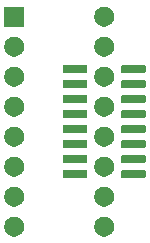
<source format=gbr>
G04 #@! TF.GenerationSoftware,KiCad,Pcbnew,(5.1.5)-3*
G04 #@! TF.CreationDate,2020-06-23T04:08:34-04:00*
G04 #@! TF.ProjectId,dip16soic,64697031-3673-46f6-9963-2e6b69636164,rev?*
G04 #@! TF.SameCoordinates,Original*
G04 #@! TF.FileFunction,Soldermask,Top*
G04 #@! TF.FilePolarity,Negative*
%FSLAX46Y46*%
G04 Gerber Fmt 4.6, Leading zero omitted, Abs format (unit mm)*
G04 Created by KiCad (PCBNEW (5.1.5)-3) date 2020-06-23 04:08:34*
%MOMM*%
%LPD*%
G04 APERTURE LIST*
%ADD10C,0.100000*%
G04 APERTURE END LIST*
D10*
G36*
X114548228Y-88081703D02*
G01*
X114703100Y-88145853D01*
X114842481Y-88238985D01*
X114961015Y-88357519D01*
X115054147Y-88496900D01*
X115118297Y-88651772D01*
X115151000Y-88816184D01*
X115151000Y-88983816D01*
X115118297Y-89148228D01*
X115054147Y-89303100D01*
X114961015Y-89442481D01*
X114842481Y-89561015D01*
X114703100Y-89654147D01*
X114548228Y-89718297D01*
X114383816Y-89751000D01*
X114216184Y-89751000D01*
X114051772Y-89718297D01*
X113896900Y-89654147D01*
X113757519Y-89561015D01*
X113638985Y-89442481D01*
X113545853Y-89303100D01*
X113481703Y-89148228D01*
X113449000Y-88983816D01*
X113449000Y-88816184D01*
X113481703Y-88651772D01*
X113545853Y-88496900D01*
X113638985Y-88357519D01*
X113757519Y-88238985D01*
X113896900Y-88145853D01*
X114051772Y-88081703D01*
X114216184Y-88049000D01*
X114383816Y-88049000D01*
X114548228Y-88081703D01*
G37*
G36*
X106928228Y-88081703D02*
G01*
X107083100Y-88145853D01*
X107222481Y-88238985D01*
X107341015Y-88357519D01*
X107434147Y-88496900D01*
X107498297Y-88651772D01*
X107531000Y-88816184D01*
X107531000Y-88983816D01*
X107498297Y-89148228D01*
X107434147Y-89303100D01*
X107341015Y-89442481D01*
X107222481Y-89561015D01*
X107083100Y-89654147D01*
X106928228Y-89718297D01*
X106763816Y-89751000D01*
X106596184Y-89751000D01*
X106431772Y-89718297D01*
X106276900Y-89654147D01*
X106137519Y-89561015D01*
X106018985Y-89442481D01*
X105925853Y-89303100D01*
X105861703Y-89148228D01*
X105829000Y-88983816D01*
X105829000Y-88816184D01*
X105861703Y-88651772D01*
X105925853Y-88496900D01*
X106018985Y-88357519D01*
X106137519Y-88238985D01*
X106276900Y-88145853D01*
X106431772Y-88081703D01*
X106596184Y-88049000D01*
X106763816Y-88049000D01*
X106928228Y-88081703D01*
G37*
G36*
X106928228Y-85541703D02*
G01*
X107083100Y-85605853D01*
X107222481Y-85698985D01*
X107341015Y-85817519D01*
X107434147Y-85956900D01*
X107498297Y-86111772D01*
X107531000Y-86276184D01*
X107531000Y-86443816D01*
X107498297Y-86608228D01*
X107434147Y-86763100D01*
X107341015Y-86902481D01*
X107222481Y-87021015D01*
X107083100Y-87114147D01*
X106928228Y-87178297D01*
X106763816Y-87211000D01*
X106596184Y-87211000D01*
X106431772Y-87178297D01*
X106276900Y-87114147D01*
X106137519Y-87021015D01*
X106018985Y-86902481D01*
X105925853Y-86763100D01*
X105861703Y-86608228D01*
X105829000Y-86443816D01*
X105829000Y-86276184D01*
X105861703Y-86111772D01*
X105925853Y-85956900D01*
X106018985Y-85817519D01*
X106137519Y-85698985D01*
X106276900Y-85605853D01*
X106431772Y-85541703D01*
X106596184Y-85509000D01*
X106763816Y-85509000D01*
X106928228Y-85541703D01*
G37*
G36*
X114548228Y-85541703D02*
G01*
X114703100Y-85605853D01*
X114842481Y-85698985D01*
X114961015Y-85817519D01*
X115054147Y-85956900D01*
X115118297Y-86111772D01*
X115151000Y-86276184D01*
X115151000Y-86443816D01*
X115118297Y-86608228D01*
X115054147Y-86763100D01*
X114961015Y-86902481D01*
X114842481Y-87021015D01*
X114703100Y-87114147D01*
X114548228Y-87178297D01*
X114383816Y-87211000D01*
X114216184Y-87211000D01*
X114051772Y-87178297D01*
X113896900Y-87114147D01*
X113757519Y-87021015D01*
X113638985Y-86902481D01*
X113545853Y-86763100D01*
X113481703Y-86608228D01*
X113449000Y-86443816D01*
X113449000Y-86276184D01*
X113481703Y-86111772D01*
X113545853Y-85956900D01*
X113638985Y-85817519D01*
X113757519Y-85698985D01*
X113896900Y-85605853D01*
X114051772Y-85541703D01*
X114216184Y-85509000D01*
X114383816Y-85509000D01*
X114548228Y-85541703D01*
G37*
G36*
X112759928Y-84106764D02*
G01*
X112781009Y-84113160D01*
X112800445Y-84123548D01*
X112817476Y-84137524D01*
X112831452Y-84154555D01*
X112841840Y-84173991D01*
X112848236Y-84195072D01*
X112851000Y-84223140D01*
X112851000Y-84686860D01*
X112848236Y-84714928D01*
X112841840Y-84736009D01*
X112831452Y-84755445D01*
X112817476Y-84772476D01*
X112800445Y-84786452D01*
X112781009Y-84796840D01*
X112759928Y-84803236D01*
X112731860Y-84806000D01*
X110918140Y-84806000D01*
X110890072Y-84803236D01*
X110868991Y-84796840D01*
X110849555Y-84786452D01*
X110832524Y-84772476D01*
X110818548Y-84755445D01*
X110808160Y-84736009D01*
X110801764Y-84714928D01*
X110799000Y-84686860D01*
X110799000Y-84223140D01*
X110801764Y-84195072D01*
X110808160Y-84173991D01*
X110818548Y-84154555D01*
X110832524Y-84137524D01*
X110849555Y-84123548D01*
X110868991Y-84113160D01*
X110890072Y-84106764D01*
X110918140Y-84104000D01*
X112731860Y-84104000D01*
X112759928Y-84106764D01*
G37*
G36*
X117709928Y-84106764D02*
G01*
X117731009Y-84113160D01*
X117750445Y-84123548D01*
X117767476Y-84137524D01*
X117781452Y-84154555D01*
X117791840Y-84173991D01*
X117798236Y-84195072D01*
X117801000Y-84223140D01*
X117801000Y-84686860D01*
X117798236Y-84714928D01*
X117791840Y-84736009D01*
X117781452Y-84755445D01*
X117767476Y-84772476D01*
X117750445Y-84786452D01*
X117731009Y-84796840D01*
X117709928Y-84803236D01*
X117681860Y-84806000D01*
X115868140Y-84806000D01*
X115840072Y-84803236D01*
X115818991Y-84796840D01*
X115799555Y-84786452D01*
X115782524Y-84772476D01*
X115768548Y-84755445D01*
X115758160Y-84736009D01*
X115751764Y-84714928D01*
X115749000Y-84686860D01*
X115749000Y-84223140D01*
X115751764Y-84195072D01*
X115758160Y-84173991D01*
X115768548Y-84154555D01*
X115782524Y-84137524D01*
X115799555Y-84123548D01*
X115818991Y-84113160D01*
X115840072Y-84106764D01*
X115868140Y-84104000D01*
X117681860Y-84104000D01*
X117709928Y-84106764D01*
G37*
G36*
X106928228Y-83001703D02*
G01*
X107083100Y-83065853D01*
X107222481Y-83158985D01*
X107341015Y-83277519D01*
X107434147Y-83416900D01*
X107498297Y-83571772D01*
X107531000Y-83736184D01*
X107531000Y-83903816D01*
X107498297Y-84068228D01*
X107434147Y-84223100D01*
X107341015Y-84362481D01*
X107222481Y-84481015D01*
X107083100Y-84574147D01*
X106928228Y-84638297D01*
X106763816Y-84671000D01*
X106596184Y-84671000D01*
X106431772Y-84638297D01*
X106276900Y-84574147D01*
X106137519Y-84481015D01*
X106018985Y-84362481D01*
X105925853Y-84223100D01*
X105861703Y-84068228D01*
X105829000Y-83903816D01*
X105829000Y-83736184D01*
X105861703Y-83571772D01*
X105925853Y-83416900D01*
X106018985Y-83277519D01*
X106137519Y-83158985D01*
X106276900Y-83065853D01*
X106431772Y-83001703D01*
X106596184Y-82969000D01*
X106763816Y-82969000D01*
X106928228Y-83001703D01*
G37*
G36*
X114548228Y-83001703D02*
G01*
X114703100Y-83065853D01*
X114842481Y-83158985D01*
X114961015Y-83277519D01*
X115054147Y-83416900D01*
X115118297Y-83571772D01*
X115151000Y-83736184D01*
X115151000Y-83903816D01*
X115118297Y-84068228D01*
X115054147Y-84223100D01*
X114961015Y-84362481D01*
X114842481Y-84481015D01*
X114703100Y-84574147D01*
X114548228Y-84638297D01*
X114383816Y-84671000D01*
X114216184Y-84671000D01*
X114051772Y-84638297D01*
X113896900Y-84574147D01*
X113757519Y-84481015D01*
X113638985Y-84362481D01*
X113545853Y-84223100D01*
X113481703Y-84068228D01*
X113449000Y-83903816D01*
X113449000Y-83736184D01*
X113481703Y-83571772D01*
X113545853Y-83416900D01*
X113638985Y-83277519D01*
X113757519Y-83158985D01*
X113896900Y-83065853D01*
X114051772Y-83001703D01*
X114216184Y-82969000D01*
X114383816Y-82969000D01*
X114548228Y-83001703D01*
G37*
G36*
X112759928Y-82836764D02*
G01*
X112781009Y-82843160D01*
X112800445Y-82853548D01*
X112817476Y-82867524D01*
X112831452Y-82884555D01*
X112841840Y-82903991D01*
X112848236Y-82925072D01*
X112851000Y-82953140D01*
X112851000Y-83416860D01*
X112848236Y-83444928D01*
X112841840Y-83466009D01*
X112831452Y-83485445D01*
X112817476Y-83502476D01*
X112800445Y-83516452D01*
X112781009Y-83526840D01*
X112759928Y-83533236D01*
X112731860Y-83536000D01*
X110918140Y-83536000D01*
X110890072Y-83533236D01*
X110868991Y-83526840D01*
X110849555Y-83516452D01*
X110832524Y-83502476D01*
X110818548Y-83485445D01*
X110808160Y-83466009D01*
X110801764Y-83444928D01*
X110799000Y-83416860D01*
X110799000Y-82953140D01*
X110801764Y-82925072D01*
X110808160Y-82903991D01*
X110818548Y-82884555D01*
X110832524Y-82867524D01*
X110849555Y-82853548D01*
X110868991Y-82843160D01*
X110890072Y-82836764D01*
X110918140Y-82834000D01*
X112731860Y-82834000D01*
X112759928Y-82836764D01*
G37*
G36*
X117709928Y-82836764D02*
G01*
X117731009Y-82843160D01*
X117750445Y-82853548D01*
X117767476Y-82867524D01*
X117781452Y-82884555D01*
X117791840Y-82903991D01*
X117798236Y-82925072D01*
X117801000Y-82953140D01*
X117801000Y-83416860D01*
X117798236Y-83444928D01*
X117791840Y-83466009D01*
X117781452Y-83485445D01*
X117767476Y-83502476D01*
X117750445Y-83516452D01*
X117731009Y-83526840D01*
X117709928Y-83533236D01*
X117681860Y-83536000D01*
X115868140Y-83536000D01*
X115840072Y-83533236D01*
X115818991Y-83526840D01*
X115799555Y-83516452D01*
X115782524Y-83502476D01*
X115768548Y-83485445D01*
X115758160Y-83466009D01*
X115751764Y-83444928D01*
X115749000Y-83416860D01*
X115749000Y-82953140D01*
X115751764Y-82925072D01*
X115758160Y-82903991D01*
X115768548Y-82884555D01*
X115782524Y-82867524D01*
X115799555Y-82853548D01*
X115818991Y-82843160D01*
X115840072Y-82836764D01*
X115868140Y-82834000D01*
X117681860Y-82834000D01*
X117709928Y-82836764D01*
G37*
G36*
X117709928Y-81566764D02*
G01*
X117731009Y-81573160D01*
X117750445Y-81583548D01*
X117767476Y-81597524D01*
X117781452Y-81614555D01*
X117791840Y-81633991D01*
X117798236Y-81655072D01*
X117801000Y-81683140D01*
X117801000Y-82146860D01*
X117798236Y-82174928D01*
X117791840Y-82196009D01*
X117781452Y-82215445D01*
X117767476Y-82232476D01*
X117750445Y-82246452D01*
X117731009Y-82256840D01*
X117709928Y-82263236D01*
X117681860Y-82266000D01*
X115868140Y-82266000D01*
X115840072Y-82263236D01*
X115818991Y-82256840D01*
X115799555Y-82246452D01*
X115782524Y-82232476D01*
X115768548Y-82215445D01*
X115758160Y-82196009D01*
X115751764Y-82174928D01*
X115749000Y-82146860D01*
X115749000Y-81683140D01*
X115751764Y-81655072D01*
X115758160Y-81633991D01*
X115768548Y-81614555D01*
X115782524Y-81597524D01*
X115799555Y-81583548D01*
X115818991Y-81573160D01*
X115840072Y-81566764D01*
X115868140Y-81564000D01*
X117681860Y-81564000D01*
X117709928Y-81566764D01*
G37*
G36*
X112759928Y-81566764D02*
G01*
X112781009Y-81573160D01*
X112800445Y-81583548D01*
X112817476Y-81597524D01*
X112831452Y-81614555D01*
X112841840Y-81633991D01*
X112848236Y-81655072D01*
X112851000Y-81683140D01*
X112851000Y-82146860D01*
X112848236Y-82174928D01*
X112841840Y-82196009D01*
X112831452Y-82215445D01*
X112817476Y-82232476D01*
X112800445Y-82246452D01*
X112781009Y-82256840D01*
X112759928Y-82263236D01*
X112731860Y-82266000D01*
X110918140Y-82266000D01*
X110890072Y-82263236D01*
X110868991Y-82256840D01*
X110849555Y-82246452D01*
X110832524Y-82232476D01*
X110818548Y-82215445D01*
X110808160Y-82196009D01*
X110801764Y-82174928D01*
X110799000Y-82146860D01*
X110799000Y-81683140D01*
X110801764Y-81655072D01*
X110808160Y-81633991D01*
X110818548Y-81614555D01*
X110832524Y-81597524D01*
X110849555Y-81583548D01*
X110868991Y-81573160D01*
X110890072Y-81566764D01*
X110918140Y-81564000D01*
X112731860Y-81564000D01*
X112759928Y-81566764D01*
G37*
G36*
X106928228Y-80461703D02*
G01*
X107083100Y-80525853D01*
X107222481Y-80618985D01*
X107341015Y-80737519D01*
X107434147Y-80876900D01*
X107498297Y-81031772D01*
X107531000Y-81196184D01*
X107531000Y-81363816D01*
X107498297Y-81528228D01*
X107434147Y-81683100D01*
X107341015Y-81822481D01*
X107222481Y-81941015D01*
X107083100Y-82034147D01*
X106928228Y-82098297D01*
X106763816Y-82131000D01*
X106596184Y-82131000D01*
X106431772Y-82098297D01*
X106276900Y-82034147D01*
X106137519Y-81941015D01*
X106018985Y-81822481D01*
X105925853Y-81683100D01*
X105861703Y-81528228D01*
X105829000Y-81363816D01*
X105829000Y-81196184D01*
X105861703Y-81031772D01*
X105925853Y-80876900D01*
X106018985Y-80737519D01*
X106137519Y-80618985D01*
X106276900Y-80525853D01*
X106431772Y-80461703D01*
X106596184Y-80429000D01*
X106763816Y-80429000D01*
X106928228Y-80461703D01*
G37*
G36*
X114548228Y-80461703D02*
G01*
X114703100Y-80525853D01*
X114842481Y-80618985D01*
X114961015Y-80737519D01*
X115054147Y-80876900D01*
X115118297Y-81031772D01*
X115151000Y-81196184D01*
X115151000Y-81363816D01*
X115118297Y-81528228D01*
X115054147Y-81683100D01*
X114961015Y-81822481D01*
X114842481Y-81941015D01*
X114703100Y-82034147D01*
X114548228Y-82098297D01*
X114383816Y-82131000D01*
X114216184Y-82131000D01*
X114051772Y-82098297D01*
X113896900Y-82034147D01*
X113757519Y-81941015D01*
X113638985Y-81822481D01*
X113545853Y-81683100D01*
X113481703Y-81528228D01*
X113449000Y-81363816D01*
X113449000Y-81196184D01*
X113481703Y-81031772D01*
X113545853Y-80876900D01*
X113638985Y-80737519D01*
X113757519Y-80618985D01*
X113896900Y-80525853D01*
X114051772Y-80461703D01*
X114216184Y-80429000D01*
X114383816Y-80429000D01*
X114548228Y-80461703D01*
G37*
G36*
X112759928Y-80296764D02*
G01*
X112781009Y-80303160D01*
X112800445Y-80313548D01*
X112817476Y-80327524D01*
X112831452Y-80344555D01*
X112841840Y-80363991D01*
X112848236Y-80385072D01*
X112851000Y-80413140D01*
X112851000Y-80876860D01*
X112848236Y-80904928D01*
X112841840Y-80926009D01*
X112831452Y-80945445D01*
X112817476Y-80962476D01*
X112800445Y-80976452D01*
X112781009Y-80986840D01*
X112759928Y-80993236D01*
X112731860Y-80996000D01*
X110918140Y-80996000D01*
X110890072Y-80993236D01*
X110868991Y-80986840D01*
X110849555Y-80976452D01*
X110832524Y-80962476D01*
X110818548Y-80945445D01*
X110808160Y-80926009D01*
X110801764Y-80904928D01*
X110799000Y-80876860D01*
X110799000Y-80413140D01*
X110801764Y-80385072D01*
X110808160Y-80363991D01*
X110818548Y-80344555D01*
X110832524Y-80327524D01*
X110849555Y-80313548D01*
X110868991Y-80303160D01*
X110890072Y-80296764D01*
X110918140Y-80294000D01*
X112731860Y-80294000D01*
X112759928Y-80296764D01*
G37*
G36*
X117709928Y-80296764D02*
G01*
X117731009Y-80303160D01*
X117750445Y-80313548D01*
X117767476Y-80327524D01*
X117781452Y-80344555D01*
X117791840Y-80363991D01*
X117798236Y-80385072D01*
X117801000Y-80413140D01*
X117801000Y-80876860D01*
X117798236Y-80904928D01*
X117791840Y-80926009D01*
X117781452Y-80945445D01*
X117767476Y-80962476D01*
X117750445Y-80976452D01*
X117731009Y-80986840D01*
X117709928Y-80993236D01*
X117681860Y-80996000D01*
X115868140Y-80996000D01*
X115840072Y-80993236D01*
X115818991Y-80986840D01*
X115799555Y-80976452D01*
X115782524Y-80962476D01*
X115768548Y-80945445D01*
X115758160Y-80926009D01*
X115751764Y-80904928D01*
X115749000Y-80876860D01*
X115749000Y-80413140D01*
X115751764Y-80385072D01*
X115758160Y-80363991D01*
X115768548Y-80344555D01*
X115782524Y-80327524D01*
X115799555Y-80313548D01*
X115818991Y-80303160D01*
X115840072Y-80296764D01*
X115868140Y-80294000D01*
X117681860Y-80294000D01*
X117709928Y-80296764D01*
G37*
G36*
X112759928Y-79026764D02*
G01*
X112781009Y-79033160D01*
X112800445Y-79043548D01*
X112817476Y-79057524D01*
X112831452Y-79074555D01*
X112841840Y-79093991D01*
X112848236Y-79115072D01*
X112851000Y-79143140D01*
X112851000Y-79606860D01*
X112848236Y-79634928D01*
X112841840Y-79656009D01*
X112831452Y-79675445D01*
X112817476Y-79692476D01*
X112800445Y-79706452D01*
X112781009Y-79716840D01*
X112759928Y-79723236D01*
X112731860Y-79726000D01*
X110918140Y-79726000D01*
X110890072Y-79723236D01*
X110868991Y-79716840D01*
X110849555Y-79706452D01*
X110832524Y-79692476D01*
X110818548Y-79675445D01*
X110808160Y-79656009D01*
X110801764Y-79634928D01*
X110799000Y-79606860D01*
X110799000Y-79143140D01*
X110801764Y-79115072D01*
X110808160Y-79093991D01*
X110818548Y-79074555D01*
X110832524Y-79057524D01*
X110849555Y-79043548D01*
X110868991Y-79033160D01*
X110890072Y-79026764D01*
X110918140Y-79024000D01*
X112731860Y-79024000D01*
X112759928Y-79026764D01*
G37*
G36*
X117709928Y-79026764D02*
G01*
X117731009Y-79033160D01*
X117750445Y-79043548D01*
X117767476Y-79057524D01*
X117781452Y-79074555D01*
X117791840Y-79093991D01*
X117798236Y-79115072D01*
X117801000Y-79143140D01*
X117801000Y-79606860D01*
X117798236Y-79634928D01*
X117791840Y-79656009D01*
X117781452Y-79675445D01*
X117767476Y-79692476D01*
X117750445Y-79706452D01*
X117731009Y-79716840D01*
X117709928Y-79723236D01*
X117681860Y-79726000D01*
X115868140Y-79726000D01*
X115840072Y-79723236D01*
X115818991Y-79716840D01*
X115799555Y-79706452D01*
X115782524Y-79692476D01*
X115768548Y-79675445D01*
X115758160Y-79656009D01*
X115751764Y-79634928D01*
X115749000Y-79606860D01*
X115749000Y-79143140D01*
X115751764Y-79115072D01*
X115758160Y-79093991D01*
X115768548Y-79074555D01*
X115782524Y-79057524D01*
X115799555Y-79043548D01*
X115818991Y-79033160D01*
X115840072Y-79026764D01*
X115868140Y-79024000D01*
X117681860Y-79024000D01*
X117709928Y-79026764D01*
G37*
G36*
X114548228Y-77921703D02*
G01*
X114703100Y-77985853D01*
X114842481Y-78078985D01*
X114961015Y-78197519D01*
X115054147Y-78336900D01*
X115118297Y-78491772D01*
X115151000Y-78656184D01*
X115151000Y-78823816D01*
X115118297Y-78988228D01*
X115054147Y-79143100D01*
X114961015Y-79282481D01*
X114842481Y-79401015D01*
X114703100Y-79494147D01*
X114548228Y-79558297D01*
X114383816Y-79591000D01*
X114216184Y-79591000D01*
X114051772Y-79558297D01*
X113896900Y-79494147D01*
X113757519Y-79401015D01*
X113638985Y-79282481D01*
X113545853Y-79143100D01*
X113481703Y-78988228D01*
X113449000Y-78823816D01*
X113449000Y-78656184D01*
X113481703Y-78491772D01*
X113545853Y-78336900D01*
X113638985Y-78197519D01*
X113757519Y-78078985D01*
X113896900Y-77985853D01*
X114051772Y-77921703D01*
X114216184Y-77889000D01*
X114383816Y-77889000D01*
X114548228Y-77921703D01*
G37*
G36*
X106928228Y-77921703D02*
G01*
X107083100Y-77985853D01*
X107222481Y-78078985D01*
X107341015Y-78197519D01*
X107434147Y-78336900D01*
X107498297Y-78491772D01*
X107531000Y-78656184D01*
X107531000Y-78823816D01*
X107498297Y-78988228D01*
X107434147Y-79143100D01*
X107341015Y-79282481D01*
X107222481Y-79401015D01*
X107083100Y-79494147D01*
X106928228Y-79558297D01*
X106763816Y-79591000D01*
X106596184Y-79591000D01*
X106431772Y-79558297D01*
X106276900Y-79494147D01*
X106137519Y-79401015D01*
X106018985Y-79282481D01*
X105925853Y-79143100D01*
X105861703Y-78988228D01*
X105829000Y-78823816D01*
X105829000Y-78656184D01*
X105861703Y-78491772D01*
X105925853Y-78336900D01*
X106018985Y-78197519D01*
X106137519Y-78078985D01*
X106276900Y-77985853D01*
X106431772Y-77921703D01*
X106596184Y-77889000D01*
X106763816Y-77889000D01*
X106928228Y-77921703D01*
G37*
G36*
X112759928Y-77756764D02*
G01*
X112781009Y-77763160D01*
X112800445Y-77773548D01*
X112817476Y-77787524D01*
X112831452Y-77804555D01*
X112841840Y-77823991D01*
X112848236Y-77845072D01*
X112851000Y-77873140D01*
X112851000Y-78336860D01*
X112848236Y-78364928D01*
X112841840Y-78386009D01*
X112831452Y-78405445D01*
X112817476Y-78422476D01*
X112800445Y-78436452D01*
X112781009Y-78446840D01*
X112759928Y-78453236D01*
X112731860Y-78456000D01*
X110918140Y-78456000D01*
X110890072Y-78453236D01*
X110868991Y-78446840D01*
X110849555Y-78436452D01*
X110832524Y-78422476D01*
X110818548Y-78405445D01*
X110808160Y-78386009D01*
X110801764Y-78364928D01*
X110799000Y-78336860D01*
X110799000Y-77873140D01*
X110801764Y-77845072D01*
X110808160Y-77823991D01*
X110818548Y-77804555D01*
X110832524Y-77787524D01*
X110849555Y-77773548D01*
X110868991Y-77763160D01*
X110890072Y-77756764D01*
X110918140Y-77754000D01*
X112731860Y-77754000D01*
X112759928Y-77756764D01*
G37*
G36*
X117709928Y-77756764D02*
G01*
X117731009Y-77763160D01*
X117750445Y-77773548D01*
X117767476Y-77787524D01*
X117781452Y-77804555D01*
X117791840Y-77823991D01*
X117798236Y-77845072D01*
X117801000Y-77873140D01*
X117801000Y-78336860D01*
X117798236Y-78364928D01*
X117791840Y-78386009D01*
X117781452Y-78405445D01*
X117767476Y-78422476D01*
X117750445Y-78436452D01*
X117731009Y-78446840D01*
X117709928Y-78453236D01*
X117681860Y-78456000D01*
X115868140Y-78456000D01*
X115840072Y-78453236D01*
X115818991Y-78446840D01*
X115799555Y-78436452D01*
X115782524Y-78422476D01*
X115768548Y-78405445D01*
X115758160Y-78386009D01*
X115751764Y-78364928D01*
X115749000Y-78336860D01*
X115749000Y-77873140D01*
X115751764Y-77845072D01*
X115758160Y-77823991D01*
X115768548Y-77804555D01*
X115782524Y-77787524D01*
X115799555Y-77773548D01*
X115818991Y-77763160D01*
X115840072Y-77756764D01*
X115868140Y-77754000D01*
X117681860Y-77754000D01*
X117709928Y-77756764D01*
G37*
G36*
X117709928Y-76486764D02*
G01*
X117731009Y-76493160D01*
X117750445Y-76503548D01*
X117767476Y-76517524D01*
X117781452Y-76534555D01*
X117791840Y-76553991D01*
X117798236Y-76575072D01*
X117801000Y-76603140D01*
X117801000Y-77066860D01*
X117798236Y-77094928D01*
X117791840Y-77116009D01*
X117781452Y-77135445D01*
X117767476Y-77152476D01*
X117750445Y-77166452D01*
X117731009Y-77176840D01*
X117709928Y-77183236D01*
X117681860Y-77186000D01*
X115868140Y-77186000D01*
X115840072Y-77183236D01*
X115818991Y-77176840D01*
X115799555Y-77166452D01*
X115782524Y-77152476D01*
X115768548Y-77135445D01*
X115758160Y-77116009D01*
X115751764Y-77094928D01*
X115749000Y-77066860D01*
X115749000Y-76603140D01*
X115751764Y-76575072D01*
X115758160Y-76553991D01*
X115768548Y-76534555D01*
X115782524Y-76517524D01*
X115799555Y-76503548D01*
X115818991Y-76493160D01*
X115840072Y-76486764D01*
X115868140Y-76484000D01*
X117681860Y-76484000D01*
X117709928Y-76486764D01*
G37*
G36*
X112759928Y-76486764D02*
G01*
X112781009Y-76493160D01*
X112800445Y-76503548D01*
X112817476Y-76517524D01*
X112831452Y-76534555D01*
X112841840Y-76553991D01*
X112848236Y-76575072D01*
X112851000Y-76603140D01*
X112851000Y-77066860D01*
X112848236Y-77094928D01*
X112841840Y-77116009D01*
X112831452Y-77135445D01*
X112817476Y-77152476D01*
X112800445Y-77166452D01*
X112781009Y-77176840D01*
X112759928Y-77183236D01*
X112731860Y-77186000D01*
X110918140Y-77186000D01*
X110890072Y-77183236D01*
X110868991Y-77176840D01*
X110849555Y-77166452D01*
X110832524Y-77152476D01*
X110818548Y-77135445D01*
X110808160Y-77116009D01*
X110801764Y-77094928D01*
X110799000Y-77066860D01*
X110799000Y-76603140D01*
X110801764Y-76575072D01*
X110808160Y-76553991D01*
X110818548Y-76534555D01*
X110832524Y-76517524D01*
X110849555Y-76503548D01*
X110868991Y-76493160D01*
X110890072Y-76486764D01*
X110918140Y-76484000D01*
X112731860Y-76484000D01*
X112759928Y-76486764D01*
G37*
G36*
X114548228Y-75381703D02*
G01*
X114703100Y-75445853D01*
X114842481Y-75538985D01*
X114961015Y-75657519D01*
X115054147Y-75796900D01*
X115118297Y-75951772D01*
X115151000Y-76116184D01*
X115151000Y-76283816D01*
X115118297Y-76448228D01*
X115054147Y-76603100D01*
X114961015Y-76742481D01*
X114842481Y-76861015D01*
X114703100Y-76954147D01*
X114548228Y-77018297D01*
X114383816Y-77051000D01*
X114216184Y-77051000D01*
X114051772Y-77018297D01*
X113896900Y-76954147D01*
X113757519Y-76861015D01*
X113638985Y-76742481D01*
X113545853Y-76603100D01*
X113481703Y-76448228D01*
X113449000Y-76283816D01*
X113449000Y-76116184D01*
X113481703Y-75951772D01*
X113545853Y-75796900D01*
X113638985Y-75657519D01*
X113757519Y-75538985D01*
X113896900Y-75445853D01*
X114051772Y-75381703D01*
X114216184Y-75349000D01*
X114383816Y-75349000D01*
X114548228Y-75381703D01*
G37*
G36*
X106928228Y-75381703D02*
G01*
X107083100Y-75445853D01*
X107222481Y-75538985D01*
X107341015Y-75657519D01*
X107434147Y-75796900D01*
X107498297Y-75951772D01*
X107531000Y-76116184D01*
X107531000Y-76283816D01*
X107498297Y-76448228D01*
X107434147Y-76603100D01*
X107341015Y-76742481D01*
X107222481Y-76861015D01*
X107083100Y-76954147D01*
X106928228Y-77018297D01*
X106763816Y-77051000D01*
X106596184Y-77051000D01*
X106431772Y-77018297D01*
X106276900Y-76954147D01*
X106137519Y-76861015D01*
X106018985Y-76742481D01*
X105925853Y-76603100D01*
X105861703Y-76448228D01*
X105829000Y-76283816D01*
X105829000Y-76116184D01*
X105861703Y-75951772D01*
X105925853Y-75796900D01*
X106018985Y-75657519D01*
X106137519Y-75538985D01*
X106276900Y-75445853D01*
X106431772Y-75381703D01*
X106596184Y-75349000D01*
X106763816Y-75349000D01*
X106928228Y-75381703D01*
G37*
G36*
X117709928Y-75216764D02*
G01*
X117731009Y-75223160D01*
X117750445Y-75233548D01*
X117767476Y-75247524D01*
X117781452Y-75264555D01*
X117791840Y-75283991D01*
X117798236Y-75305072D01*
X117801000Y-75333140D01*
X117801000Y-75796860D01*
X117798236Y-75824928D01*
X117791840Y-75846009D01*
X117781452Y-75865445D01*
X117767476Y-75882476D01*
X117750445Y-75896452D01*
X117731009Y-75906840D01*
X117709928Y-75913236D01*
X117681860Y-75916000D01*
X115868140Y-75916000D01*
X115840072Y-75913236D01*
X115818991Y-75906840D01*
X115799555Y-75896452D01*
X115782524Y-75882476D01*
X115768548Y-75865445D01*
X115758160Y-75846009D01*
X115751764Y-75824928D01*
X115749000Y-75796860D01*
X115749000Y-75333140D01*
X115751764Y-75305072D01*
X115758160Y-75283991D01*
X115768548Y-75264555D01*
X115782524Y-75247524D01*
X115799555Y-75233548D01*
X115818991Y-75223160D01*
X115840072Y-75216764D01*
X115868140Y-75214000D01*
X117681860Y-75214000D01*
X117709928Y-75216764D01*
G37*
G36*
X112759928Y-75216764D02*
G01*
X112781009Y-75223160D01*
X112800445Y-75233548D01*
X112817476Y-75247524D01*
X112831452Y-75264555D01*
X112841840Y-75283991D01*
X112848236Y-75305072D01*
X112851000Y-75333140D01*
X112851000Y-75796860D01*
X112848236Y-75824928D01*
X112841840Y-75846009D01*
X112831452Y-75865445D01*
X112817476Y-75882476D01*
X112800445Y-75896452D01*
X112781009Y-75906840D01*
X112759928Y-75913236D01*
X112731860Y-75916000D01*
X110918140Y-75916000D01*
X110890072Y-75913236D01*
X110868991Y-75906840D01*
X110849555Y-75896452D01*
X110832524Y-75882476D01*
X110818548Y-75865445D01*
X110808160Y-75846009D01*
X110801764Y-75824928D01*
X110799000Y-75796860D01*
X110799000Y-75333140D01*
X110801764Y-75305072D01*
X110808160Y-75283991D01*
X110818548Y-75264555D01*
X110832524Y-75247524D01*
X110849555Y-75233548D01*
X110868991Y-75223160D01*
X110890072Y-75216764D01*
X110918140Y-75214000D01*
X112731860Y-75214000D01*
X112759928Y-75216764D01*
G37*
G36*
X114548228Y-72841703D02*
G01*
X114703100Y-72905853D01*
X114842481Y-72998985D01*
X114961015Y-73117519D01*
X115054147Y-73256900D01*
X115118297Y-73411772D01*
X115151000Y-73576184D01*
X115151000Y-73743816D01*
X115118297Y-73908228D01*
X115054147Y-74063100D01*
X114961015Y-74202481D01*
X114842481Y-74321015D01*
X114703100Y-74414147D01*
X114548228Y-74478297D01*
X114383816Y-74511000D01*
X114216184Y-74511000D01*
X114051772Y-74478297D01*
X113896900Y-74414147D01*
X113757519Y-74321015D01*
X113638985Y-74202481D01*
X113545853Y-74063100D01*
X113481703Y-73908228D01*
X113449000Y-73743816D01*
X113449000Y-73576184D01*
X113481703Y-73411772D01*
X113545853Y-73256900D01*
X113638985Y-73117519D01*
X113757519Y-72998985D01*
X113896900Y-72905853D01*
X114051772Y-72841703D01*
X114216184Y-72809000D01*
X114383816Y-72809000D01*
X114548228Y-72841703D01*
G37*
G36*
X106928228Y-72841703D02*
G01*
X107083100Y-72905853D01*
X107222481Y-72998985D01*
X107341015Y-73117519D01*
X107434147Y-73256900D01*
X107498297Y-73411772D01*
X107531000Y-73576184D01*
X107531000Y-73743816D01*
X107498297Y-73908228D01*
X107434147Y-74063100D01*
X107341015Y-74202481D01*
X107222481Y-74321015D01*
X107083100Y-74414147D01*
X106928228Y-74478297D01*
X106763816Y-74511000D01*
X106596184Y-74511000D01*
X106431772Y-74478297D01*
X106276900Y-74414147D01*
X106137519Y-74321015D01*
X106018985Y-74202481D01*
X105925853Y-74063100D01*
X105861703Y-73908228D01*
X105829000Y-73743816D01*
X105829000Y-73576184D01*
X105861703Y-73411772D01*
X105925853Y-73256900D01*
X106018985Y-73117519D01*
X106137519Y-72998985D01*
X106276900Y-72905853D01*
X106431772Y-72841703D01*
X106596184Y-72809000D01*
X106763816Y-72809000D01*
X106928228Y-72841703D01*
G37*
G36*
X114548228Y-70301703D02*
G01*
X114703100Y-70365853D01*
X114842481Y-70458985D01*
X114961015Y-70577519D01*
X115054147Y-70716900D01*
X115118297Y-70871772D01*
X115151000Y-71036184D01*
X115151000Y-71203816D01*
X115118297Y-71368228D01*
X115054147Y-71523100D01*
X114961015Y-71662481D01*
X114842481Y-71781015D01*
X114703100Y-71874147D01*
X114548228Y-71938297D01*
X114383816Y-71971000D01*
X114216184Y-71971000D01*
X114051772Y-71938297D01*
X113896900Y-71874147D01*
X113757519Y-71781015D01*
X113638985Y-71662481D01*
X113545853Y-71523100D01*
X113481703Y-71368228D01*
X113449000Y-71203816D01*
X113449000Y-71036184D01*
X113481703Y-70871772D01*
X113545853Y-70716900D01*
X113638985Y-70577519D01*
X113757519Y-70458985D01*
X113896900Y-70365853D01*
X114051772Y-70301703D01*
X114216184Y-70269000D01*
X114383816Y-70269000D01*
X114548228Y-70301703D01*
G37*
G36*
X107531000Y-71971000D02*
G01*
X105829000Y-71971000D01*
X105829000Y-70269000D01*
X107531000Y-70269000D01*
X107531000Y-71971000D01*
G37*
M02*

</source>
